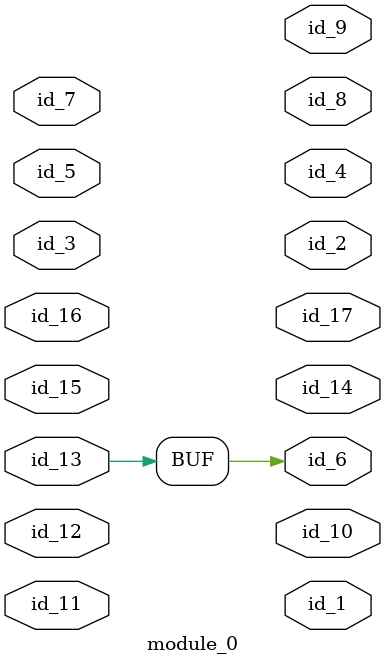
<source format=v>
module module_0 (
    id_1,
    id_2,
    id_3,
    id_4,
    id_5,
    id_6,
    id_7,
    id_8,
    id_9,
    id_10,
    id_11,
    id_12,
    id_13,
    id_14,
    id_15,
    id_16,
    id_17
);
  output id_17;
  inout id_16;
  input id_15;
  output id_14;
  input id_13;
  input id_12;
  inout id_11;
  output id_10;
  output id_9;
  output id_8;
  input id_7;
  output id_6;
  input id_5;
  output id_4;
  inout id_3;
  output id_2;
  output id_1;
  initial begin
    if (1) id_6 <= id_13;
    else begin : id_17
      id_6 <= 1;
    end
  end
endmodule

</source>
